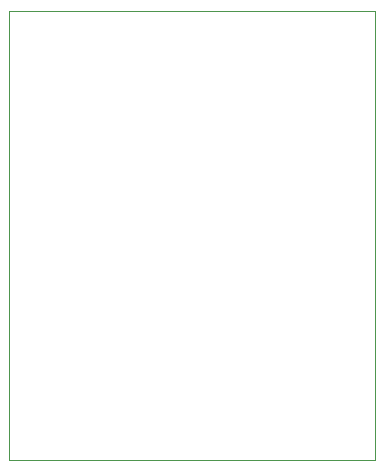
<source format=gbr>
G04 ===== Begin FILE IDENTIFICATION =====*
G04 File Format:  Gerber RS274X*
G04 ===== End FILE IDENTIFICATION =====*
%FSLAX24Y24*%
%MOIN*%
%SFA1.0000B1.0000*%
%OFA0.0B0.0*%
%ADD14C,0.000001*%
%LNbound*%
%IPPOS*%
%LPD*%
G75*
D14*
G01X-423Y12972D02*
G01Y-1980D01*
G01X11771Y12972D02*
G01X-423D01*
G01X11771Y-1980D02*
G01Y12972D01*
G01X-423Y-1980D02*
G01X11771D01*
M02*


</source>
